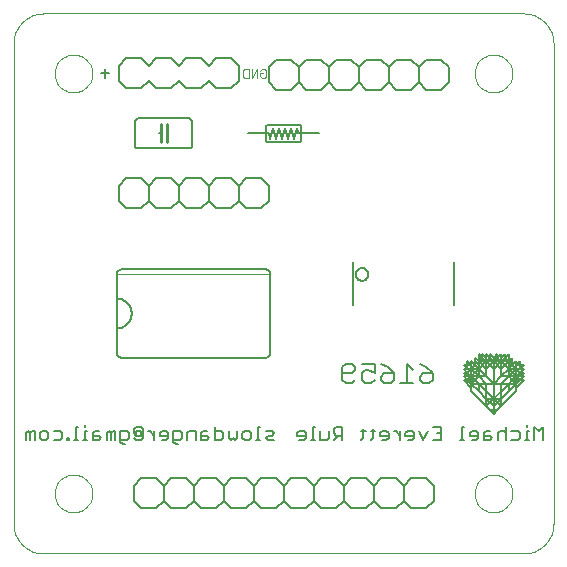
<source format=gbo>
G75*
G70*
%OFA0B0*%
%FSLAX24Y24*%
%IPPOS*%
%LPD*%
%AMOC8*
5,1,8,0,0,1.08239X$1,22.5*
%
%ADD10C,0.0000*%
%ADD11C,0.0030*%
%ADD12C,0.0080*%
%ADD13C,0.0060*%
%ADD14C,0.0050*%
%ADD15C,0.0100*%
%ADD16C,0.0020*%
%ADD17R,0.0200X0.0050*%
D10*
X001100Y000100D02*
X017100Y000100D01*
X017160Y000102D01*
X017221Y000107D01*
X017280Y000116D01*
X017339Y000129D01*
X017398Y000145D01*
X017455Y000165D01*
X017510Y000188D01*
X017565Y000215D01*
X017617Y000244D01*
X017668Y000277D01*
X017717Y000313D01*
X017763Y000351D01*
X017807Y000393D01*
X017849Y000437D01*
X017887Y000483D01*
X017923Y000532D01*
X017956Y000583D01*
X017985Y000635D01*
X018012Y000690D01*
X018035Y000745D01*
X018055Y000802D01*
X018071Y000861D01*
X018084Y000920D01*
X018093Y000979D01*
X018098Y001040D01*
X018100Y001100D01*
X018100Y017100D01*
X018098Y017160D01*
X018093Y017221D01*
X018084Y017280D01*
X018071Y017339D01*
X018055Y017398D01*
X018035Y017455D01*
X018012Y017510D01*
X017985Y017565D01*
X017956Y017617D01*
X017923Y017668D01*
X017887Y017717D01*
X017849Y017763D01*
X017807Y017807D01*
X017763Y017849D01*
X017717Y017887D01*
X017668Y017923D01*
X017617Y017956D01*
X017565Y017985D01*
X017510Y018012D01*
X017455Y018035D01*
X017398Y018055D01*
X017339Y018071D01*
X017280Y018084D01*
X017221Y018093D01*
X017160Y018098D01*
X017100Y018100D01*
X001100Y018100D01*
X001040Y018098D01*
X000979Y018093D01*
X000920Y018084D01*
X000861Y018071D01*
X000802Y018055D01*
X000745Y018035D01*
X000690Y018012D01*
X000635Y017985D01*
X000583Y017956D01*
X000532Y017923D01*
X000483Y017887D01*
X000437Y017849D01*
X000393Y017807D01*
X000351Y017763D01*
X000313Y017717D01*
X000277Y017668D01*
X000244Y017617D01*
X000215Y017565D01*
X000188Y017510D01*
X000165Y017455D01*
X000145Y017398D01*
X000129Y017339D01*
X000116Y017280D01*
X000107Y017221D01*
X000102Y017160D01*
X000100Y017100D01*
X000100Y001100D01*
X000102Y001040D01*
X000107Y000979D01*
X000116Y000920D01*
X000129Y000861D01*
X000145Y000802D01*
X000165Y000745D01*
X000188Y000690D01*
X000215Y000635D01*
X000244Y000583D01*
X000277Y000532D01*
X000313Y000483D01*
X000351Y000437D01*
X000393Y000393D01*
X000437Y000351D01*
X000483Y000313D01*
X000532Y000277D01*
X000583Y000244D01*
X000635Y000215D01*
X000690Y000188D01*
X000745Y000165D01*
X000802Y000145D01*
X000861Y000129D01*
X000920Y000116D01*
X000979Y000107D01*
X001040Y000102D01*
X001100Y000100D01*
X001470Y002100D02*
X001472Y002150D01*
X001478Y002200D01*
X001488Y002249D01*
X001502Y002297D01*
X001519Y002344D01*
X001540Y002389D01*
X001565Y002433D01*
X001593Y002474D01*
X001625Y002513D01*
X001659Y002550D01*
X001696Y002584D01*
X001736Y002614D01*
X001778Y002641D01*
X001822Y002665D01*
X001868Y002686D01*
X001915Y002702D01*
X001963Y002715D01*
X002013Y002724D01*
X002062Y002729D01*
X002113Y002730D01*
X002163Y002727D01*
X002212Y002720D01*
X002261Y002709D01*
X002309Y002694D01*
X002355Y002676D01*
X002400Y002654D01*
X002443Y002628D01*
X002484Y002599D01*
X002523Y002567D01*
X002559Y002532D01*
X002591Y002494D01*
X002621Y002454D01*
X002648Y002411D01*
X002671Y002367D01*
X002690Y002321D01*
X002706Y002273D01*
X002718Y002224D01*
X002726Y002175D01*
X002730Y002125D01*
X002730Y002075D01*
X002726Y002025D01*
X002718Y001976D01*
X002706Y001927D01*
X002690Y001879D01*
X002671Y001833D01*
X002648Y001789D01*
X002621Y001746D01*
X002591Y001706D01*
X002559Y001668D01*
X002523Y001633D01*
X002484Y001601D01*
X002443Y001572D01*
X002400Y001546D01*
X002355Y001524D01*
X002309Y001506D01*
X002261Y001491D01*
X002212Y001480D01*
X002163Y001473D01*
X002113Y001470D01*
X002062Y001471D01*
X002013Y001476D01*
X001963Y001485D01*
X001915Y001498D01*
X001868Y001514D01*
X001822Y001535D01*
X001778Y001559D01*
X001736Y001586D01*
X001696Y001616D01*
X001659Y001650D01*
X001625Y001687D01*
X001593Y001726D01*
X001565Y001767D01*
X001540Y001811D01*
X001519Y001856D01*
X001502Y001903D01*
X001488Y001951D01*
X001478Y002000D01*
X001472Y002050D01*
X001470Y002100D01*
X001470Y016100D02*
X001472Y016150D01*
X001478Y016200D01*
X001488Y016249D01*
X001502Y016297D01*
X001519Y016344D01*
X001540Y016389D01*
X001565Y016433D01*
X001593Y016474D01*
X001625Y016513D01*
X001659Y016550D01*
X001696Y016584D01*
X001736Y016614D01*
X001778Y016641D01*
X001822Y016665D01*
X001868Y016686D01*
X001915Y016702D01*
X001963Y016715D01*
X002013Y016724D01*
X002062Y016729D01*
X002113Y016730D01*
X002163Y016727D01*
X002212Y016720D01*
X002261Y016709D01*
X002309Y016694D01*
X002355Y016676D01*
X002400Y016654D01*
X002443Y016628D01*
X002484Y016599D01*
X002523Y016567D01*
X002559Y016532D01*
X002591Y016494D01*
X002621Y016454D01*
X002648Y016411D01*
X002671Y016367D01*
X002690Y016321D01*
X002706Y016273D01*
X002718Y016224D01*
X002726Y016175D01*
X002730Y016125D01*
X002730Y016075D01*
X002726Y016025D01*
X002718Y015976D01*
X002706Y015927D01*
X002690Y015879D01*
X002671Y015833D01*
X002648Y015789D01*
X002621Y015746D01*
X002591Y015706D01*
X002559Y015668D01*
X002523Y015633D01*
X002484Y015601D01*
X002443Y015572D01*
X002400Y015546D01*
X002355Y015524D01*
X002309Y015506D01*
X002261Y015491D01*
X002212Y015480D01*
X002163Y015473D01*
X002113Y015470D01*
X002062Y015471D01*
X002013Y015476D01*
X001963Y015485D01*
X001915Y015498D01*
X001868Y015514D01*
X001822Y015535D01*
X001778Y015559D01*
X001736Y015586D01*
X001696Y015616D01*
X001659Y015650D01*
X001625Y015687D01*
X001593Y015726D01*
X001565Y015767D01*
X001540Y015811D01*
X001519Y015856D01*
X001502Y015903D01*
X001488Y015951D01*
X001478Y016000D01*
X001472Y016050D01*
X001470Y016100D01*
X015470Y016100D02*
X015472Y016150D01*
X015478Y016200D01*
X015488Y016249D01*
X015502Y016297D01*
X015519Y016344D01*
X015540Y016389D01*
X015565Y016433D01*
X015593Y016474D01*
X015625Y016513D01*
X015659Y016550D01*
X015696Y016584D01*
X015736Y016614D01*
X015778Y016641D01*
X015822Y016665D01*
X015868Y016686D01*
X015915Y016702D01*
X015963Y016715D01*
X016013Y016724D01*
X016062Y016729D01*
X016113Y016730D01*
X016163Y016727D01*
X016212Y016720D01*
X016261Y016709D01*
X016309Y016694D01*
X016355Y016676D01*
X016400Y016654D01*
X016443Y016628D01*
X016484Y016599D01*
X016523Y016567D01*
X016559Y016532D01*
X016591Y016494D01*
X016621Y016454D01*
X016648Y016411D01*
X016671Y016367D01*
X016690Y016321D01*
X016706Y016273D01*
X016718Y016224D01*
X016726Y016175D01*
X016730Y016125D01*
X016730Y016075D01*
X016726Y016025D01*
X016718Y015976D01*
X016706Y015927D01*
X016690Y015879D01*
X016671Y015833D01*
X016648Y015789D01*
X016621Y015746D01*
X016591Y015706D01*
X016559Y015668D01*
X016523Y015633D01*
X016484Y015601D01*
X016443Y015572D01*
X016400Y015546D01*
X016355Y015524D01*
X016309Y015506D01*
X016261Y015491D01*
X016212Y015480D01*
X016163Y015473D01*
X016113Y015470D01*
X016062Y015471D01*
X016013Y015476D01*
X015963Y015485D01*
X015915Y015498D01*
X015868Y015514D01*
X015822Y015535D01*
X015778Y015559D01*
X015736Y015586D01*
X015696Y015616D01*
X015659Y015650D01*
X015625Y015687D01*
X015593Y015726D01*
X015565Y015767D01*
X015540Y015811D01*
X015519Y015856D01*
X015502Y015903D01*
X015488Y015951D01*
X015478Y016000D01*
X015472Y016050D01*
X015470Y016100D01*
X015470Y002100D02*
X015472Y002150D01*
X015478Y002200D01*
X015488Y002249D01*
X015502Y002297D01*
X015519Y002344D01*
X015540Y002389D01*
X015565Y002433D01*
X015593Y002474D01*
X015625Y002513D01*
X015659Y002550D01*
X015696Y002584D01*
X015736Y002614D01*
X015778Y002641D01*
X015822Y002665D01*
X015868Y002686D01*
X015915Y002702D01*
X015963Y002715D01*
X016013Y002724D01*
X016062Y002729D01*
X016113Y002730D01*
X016163Y002727D01*
X016212Y002720D01*
X016261Y002709D01*
X016309Y002694D01*
X016355Y002676D01*
X016400Y002654D01*
X016443Y002628D01*
X016484Y002599D01*
X016523Y002567D01*
X016559Y002532D01*
X016591Y002494D01*
X016621Y002454D01*
X016648Y002411D01*
X016671Y002367D01*
X016690Y002321D01*
X016706Y002273D01*
X016718Y002224D01*
X016726Y002175D01*
X016730Y002125D01*
X016730Y002075D01*
X016726Y002025D01*
X016718Y001976D01*
X016706Y001927D01*
X016690Y001879D01*
X016671Y001833D01*
X016648Y001789D01*
X016621Y001746D01*
X016591Y001706D01*
X016559Y001668D01*
X016523Y001633D01*
X016484Y001601D01*
X016443Y001572D01*
X016400Y001546D01*
X016355Y001524D01*
X016309Y001506D01*
X016261Y001491D01*
X016212Y001480D01*
X016163Y001473D01*
X016113Y001470D01*
X016062Y001471D01*
X016013Y001476D01*
X015963Y001485D01*
X015915Y001498D01*
X015868Y001514D01*
X015822Y001535D01*
X015778Y001559D01*
X015736Y001586D01*
X015696Y001616D01*
X015659Y001650D01*
X015625Y001687D01*
X015593Y001726D01*
X015565Y001767D01*
X015540Y001811D01*
X015519Y001856D01*
X015502Y001903D01*
X015488Y001951D01*
X015478Y002000D01*
X015472Y002050D01*
X015470Y002100D01*
D11*
X008479Y015955D02*
X008382Y015955D01*
X008333Y016003D01*
X008333Y016100D01*
X008430Y016100D01*
X008333Y016197D02*
X008382Y016245D01*
X008479Y016245D01*
X008527Y016197D01*
X008527Y016003D01*
X008479Y015955D01*
X008232Y015955D02*
X008232Y016245D01*
X008039Y015955D01*
X008039Y016245D01*
X007938Y016245D02*
X007793Y016245D01*
X007744Y016197D01*
X007744Y016003D01*
X007793Y015955D01*
X007938Y015955D01*
X007938Y016245D01*
D12*
X007600Y016350D02*
X007350Y016600D01*
X006850Y016600D01*
X006600Y016350D01*
X006350Y016600D01*
X005850Y016600D01*
X005600Y016350D01*
X005350Y016600D01*
X004850Y016600D01*
X004600Y016350D01*
X004350Y016600D01*
X003850Y016600D01*
X003600Y016350D01*
X003600Y015850D01*
X003850Y015600D01*
X004350Y015600D01*
X004600Y015850D01*
X004850Y015600D01*
X005350Y015600D01*
X005600Y015850D01*
X005850Y015600D01*
X006350Y015600D01*
X006600Y015850D01*
X006850Y015600D01*
X007350Y015600D01*
X007600Y015850D01*
X007600Y016350D01*
X008600Y016300D02*
X008600Y015800D01*
X008850Y015550D01*
X009350Y015550D01*
X009600Y015800D01*
X009600Y016300D01*
X009350Y016550D01*
X008850Y016550D01*
X008600Y016300D01*
X009600Y016300D02*
X009850Y016550D01*
X010350Y016550D01*
X010600Y016300D01*
X010600Y015800D01*
X010850Y015550D01*
X011350Y015550D01*
X011600Y015800D01*
X011600Y016300D01*
X011350Y016550D01*
X010850Y016550D01*
X010600Y016300D01*
X010600Y015800D02*
X010350Y015550D01*
X009850Y015550D01*
X009600Y015800D01*
X011600Y015800D02*
X011850Y015550D01*
X012350Y015550D01*
X012600Y015800D01*
X012600Y016300D01*
X012350Y016550D01*
X011850Y016550D01*
X011600Y016300D01*
X012600Y016300D02*
X012850Y016550D01*
X013350Y016550D01*
X013600Y016300D01*
X013600Y015800D01*
X013850Y015550D01*
X014350Y015550D01*
X014600Y015800D01*
X014600Y016300D01*
X014350Y016550D01*
X013850Y016550D01*
X013600Y016300D01*
X013600Y015800D02*
X013350Y015550D01*
X012850Y015550D01*
X012600Y015800D01*
X003290Y016100D02*
X003010Y016100D01*
X003150Y016240D02*
X003150Y015960D01*
X002495Y004380D02*
X002495Y004310D01*
X002495Y004170D02*
X002495Y003890D01*
X002565Y003890D02*
X002425Y003890D01*
X002258Y003890D02*
X002118Y003890D01*
X002188Y003890D02*
X002188Y004310D01*
X002258Y004310D01*
X002495Y004170D02*
X002565Y004170D01*
X002745Y004100D02*
X002745Y003890D01*
X002955Y003890D01*
X003025Y003960D01*
X002955Y004030D01*
X002745Y004030D01*
X002745Y004100D02*
X002815Y004170D01*
X002955Y004170D01*
X003206Y004100D02*
X003206Y003890D01*
X003346Y003890D02*
X003346Y004100D01*
X003276Y004170D01*
X003206Y004100D01*
X003346Y004100D02*
X003416Y004170D01*
X003486Y004170D01*
X003486Y003890D01*
X003666Y003890D02*
X003876Y003890D01*
X003946Y003960D01*
X003946Y004100D01*
X003876Y004170D01*
X003666Y004170D01*
X003666Y003820D01*
X003736Y003750D01*
X003806Y003750D01*
X004126Y003960D02*
X004196Y003890D01*
X004336Y003890D01*
X004407Y003960D01*
X004407Y004240D01*
X004336Y004310D01*
X004196Y004310D01*
X004126Y004240D01*
X004126Y004100D01*
X004196Y004030D01*
X004196Y004170D01*
X004336Y004170D01*
X004336Y004030D01*
X004196Y004030D01*
X004580Y004170D02*
X004650Y004170D01*
X004790Y004030D01*
X004790Y003890D02*
X004790Y004170D01*
X004970Y004100D02*
X004970Y004030D01*
X005251Y004030D01*
X005251Y003960D02*
X005251Y004100D01*
X005181Y004170D01*
X005040Y004170D01*
X004970Y004100D01*
X005040Y003890D02*
X005181Y003890D01*
X005251Y003960D01*
X005431Y003890D02*
X005641Y003890D01*
X005711Y003960D01*
X005711Y004100D01*
X005641Y004170D01*
X005431Y004170D01*
X005431Y003820D01*
X005501Y003750D01*
X005571Y003750D01*
X005891Y003890D02*
X005891Y004100D01*
X005961Y004170D01*
X006171Y004170D01*
X006171Y003890D01*
X006352Y003890D02*
X006352Y004100D01*
X006422Y004170D01*
X006562Y004170D01*
X006562Y004030D02*
X006352Y004030D01*
X006352Y003890D02*
X006562Y003890D01*
X006632Y003960D01*
X006562Y004030D01*
X006812Y003890D02*
X007022Y003890D01*
X007092Y003960D01*
X007092Y004100D01*
X007022Y004170D01*
X006812Y004170D01*
X006812Y004310D02*
X006812Y003890D01*
X007272Y003960D02*
X007272Y004170D01*
X007272Y003960D02*
X007342Y003890D01*
X007412Y003960D01*
X007483Y003890D01*
X007553Y003960D01*
X007553Y004170D01*
X007733Y004100D02*
X007733Y003960D01*
X007803Y003890D01*
X007943Y003890D01*
X008013Y003960D01*
X008013Y004100D01*
X007943Y004170D01*
X007803Y004170D01*
X007733Y004100D01*
X008180Y003890D02*
X008320Y003890D01*
X008250Y003890D02*
X008250Y004310D01*
X008320Y004310D01*
X008500Y004170D02*
X008710Y004170D01*
X008780Y004100D01*
X008710Y004030D01*
X008570Y004030D01*
X008500Y003960D01*
X008570Y003890D01*
X008780Y003890D01*
X009558Y004030D02*
X009839Y004030D01*
X009839Y003960D02*
X009839Y004100D01*
X009768Y004170D01*
X009628Y004170D01*
X009558Y004100D01*
X009558Y004030D01*
X009628Y003890D02*
X009768Y003890D01*
X009839Y003960D01*
X010005Y003890D02*
X010145Y003890D01*
X010075Y003890D02*
X010075Y004310D01*
X010145Y004310D01*
X010326Y004170D02*
X010326Y003890D01*
X010536Y003890D01*
X010606Y003960D01*
X010606Y004170D01*
X010786Y004240D02*
X010786Y004100D01*
X010856Y004030D01*
X011066Y004030D01*
X010926Y004030D02*
X010786Y003890D01*
X011066Y003890D02*
X011066Y004310D01*
X010856Y004310D01*
X010786Y004240D01*
X011693Y004170D02*
X011834Y004170D01*
X011763Y004240D02*
X011763Y003960D01*
X011693Y003890D01*
X012000Y003890D02*
X012070Y003960D01*
X012070Y004240D01*
X012140Y004170D02*
X012000Y004170D01*
X012321Y004100D02*
X012321Y004030D01*
X012601Y004030D01*
X012601Y003960D02*
X012601Y004100D01*
X012531Y004170D01*
X012391Y004170D01*
X012321Y004100D01*
X012391Y003890D02*
X012531Y003890D01*
X012601Y003960D01*
X012774Y004170D02*
X012844Y004170D01*
X012985Y004030D01*
X012985Y003890D02*
X012985Y004170D01*
X013165Y004100D02*
X013165Y004030D01*
X013445Y004030D01*
X013445Y003960D02*
X013445Y004100D01*
X013375Y004170D01*
X013235Y004170D01*
X013165Y004100D01*
X013235Y003890D02*
X013375Y003890D01*
X013445Y003960D01*
X013625Y004170D02*
X013765Y003890D01*
X013905Y004170D01*
X014085Y004310D02*
X014366Y004310D01*
X014366Y003890D01*
X014085Y003890D01*
X014226Y004100D02*
X014366Y004100D01*
X014993Y003890D02*
X015133Y003890D01*
X015063Y003890D02*
X015063Y004310D01*
X015133Y004310D01*
X015313Y004100D02*
X015313Y004030D01*
X015593Y004030D01*
X015593Y003960D02*
X015593Y004100D01*
X015523Y004170D01*
X015383Y004170D01*
X015313Y004100D01*
X015383Y003890D02*
X015523Y003890D01*
X015593Y003960D01*
X015774Y003890D02*
X015774Y004100D01*
X015844Y004170D01*
X015984Y004170D01*
X015984Y004030D02*
X015774Y004030D01*
X015774Y003890D02*
X015984Y003890D01*
X016054Y003960D01*
X015984Y004030D01*
X016234Y004100D02*
X016234Y003890D01*
X016234Y004100D02*
X016304Y004170D01*
X016444Y004170D01*
X016514Y004100D01*
X016694Y004170D02*
X016905Y004170D01*
X016975Y004100D01*
X016975Y003960D01*
X016905Y003890D01*
X016694Y003890D01*
X016514Y003890D02*
X016514Y004310D01*
X017141Y003890D02*
X017282Y003890D01*
X017211Y003890D02*
X017211Y004170D01*
X017282Y004170D01*
X017211Y004310D02*
X017211Y004380D01*
X017462Y004310D02*
X017462Y003890D01*
X017742Y003890D02*
X017742Y004310D01*
X017602Y004170D01*
X017462Y004310D01*
X001951Y003960D02*
X001881Y003960D01*
X001881Y003890D01*
X001951Y003890D01*
X001951Y003960D01*
X001721Y003960D02*
X001721Y004100D01*
X001651Y004170D01*
X001441Y004170D01*
X001261Y004100D02*
X001261Y003960D01*
X001190Y003890D01*
X001050Y003890D01*
X000980Y003960D01*
X000980Y004100D01*
X001050Y004170D01*
X001190Y004170D01*
X001261Y004100D01*
X001441Y003890D02*
X001651Y003890D01*
X001721Y003960D01*
X000800Y003890D02*
X000800Y004170D01*
X000730Y004170D01*
X000660Y004100D01*
X000590Y004170D01*
X000520Y004100D01*
X000520Y003890D01*
X000660Y003890D02*
X000660Y004100D01*
D13*
X003540Y006780D02*
X003540Y007600D01*
X003540Y008600D01*
X003540Y009420D01*
X003542Y009443D01*
X003547Y009466D01*
X003556Y009488D01*
X003569Y009508D01*
X003584Y009526D01*
X003602Y009541D01*
X003622Y009554D01*
X003644Y009563D01*
X003667Y009568D01*
X003690Y009570D01*
X008510Y009570D01*
X008533Y009568D01*
X008556Y009563D01*
X008578Y009554D01*
X008598Y009541D01*
X008616Y009526D01*
X008631Y009508D01*
X008644Y009488D01*
X008653Y009466D01*
X008658Y009443D01*
X008660Y009420D01*
X008660Y006780D01*
X008658Y006757D01*
X008653Y006734D01*
X008644Y006712D01*
X008631Y006692D01*
X008616Y006674D01*
X008598Y006659D01*
X008578Y006646D01*
X008556Y006637D01*
X008533Y006632D01*
X008510Y006630D01*
X003690Y006630D01*
X003667Y006632D01*
X003644Y006637D01*
X003622Y006646D01*
X003602Y006659D01*
X003584Y006674D01*
X003569Y006692D01*
X003556Y006712D01*
X003547Y006734D01*
X003542Y006757D01*
X003540Y006780D01*
X003540Y007600D02*
X003584Y007602D01*
X003627Y007608D01*
X003669Y007617D01*
X003711Y007630D01*
X003751Y007647D01*
X003790Y007667D01*
X003827Y007690D01*
X003861Y007717D01*
X003894Y007746D01*
X003923Y007779D01*
X003950Y007813D01*
X003973Y007850D01*
X003993Y007889D01*
X004010Y007929D01*
X004023Y007971D01*
X004032Y008013D01*
X004038Y008056D01*
X004040Y008100D01*
X004038Y008144D01*
X004032Y008187D01*
X004023Y008229D01*
X004010Y008271D01*
X003993Y008311D01*
X003973Y008350D01*
X003950Y008387D01*
X003923Y008421D01*
X003894Y008454D01*
X003861Y008483D01*
X003827Y008510D01*
X003790Y008533D01*
X003751Y008553D01*
X003711Y008570D01*
X003669Y008583D01*
X003627Y008592D01*
X003584Y008598D01*
X003540Y008600D01*
X003850Y011600D02*
X004350Y011600D01*
X004600Y011850D01*
X004600Y012350D01*
X004350Y012600D01*
X003850Y012600D01*
X003600Y012350D01*
X003600Y011850D01*
X003850Y011600D01*
X004600Y011850D02*
X004600Y012350D01*
X004850Y012600D01*
X005350Y012600D01*
X005600Y012350D01*
X005600Y011850D01*
X005850Y011600D01*
X006350Y011600D01*
X006600Y011850D01*
X006850Y011600D01*
X007350Y011600D01*
X007600Y011850D01*
X007850Y011600D01*
X008350Y011600D01*
X008600Y011850D01*
X008600Y012350D01*
X008350Y012600D01*
X007850Y012600D01*
X007600Y012350D01*
X007600Y011850D01*
X007600Y012350D01*
X007350Y012600D01*
X006850Y012600D01*
X006600Y012350D01*
X006600Y011850D01*
X006600Y012350D01*
X006350Y012600D01*
X005850Y012600D01*
X005600Y012350D01*
X005600Y011850D01*
X005350Y011600D01*
X004850Y011600D01*
X004600Y011850D01*
X004250Y013600D02*
X005950Y013600D01*
X005967Y013602D01*
X005984Y013606D01*
X006000Y013613D01*
X006014Y013623D01*
X006027Y013636D01*
X006037Y013650D01*
X006044Y013666D01*
X006048Y013683D01*
X006050Y013700D01*
X006050Y014500D01*
X006048Y014517D01*
X006044Y014534D01*
X006037Y014550D01*
X006027Y014564D01*
X006014Y014577D01*
X006000Y014587D01*
X005984Y014594D01*
X005967Y014598D01*
X005950Y014600D01*
X004250Y014600D01*
X004233Y014598D01*
X004216Y014594D01*
X004200Y014587D01*
X004186Y014577D01*
X004173Y014564D01*
X004163Y014550D01*
X004156Y014534D01*
X004152Y014517D01*
X004150Y014500D01*
X004150Y013700D01*
X004152Y013683D01*
X004156Y013666D01*
X004163Y013650D01*
X004173Y013636D01*
X004186Y013623D01*
X004200Y013613D01*
X004216Y013606D01*
X004233Y013602D01*
X004250Y013600D01*
X004950Y014100D02*
X005000Y014100D01*
X005200Y014100D02*
X005250Y014100D01*
X011420Y009805D02*
X011420Y008395D01*
X011510Y009405D02*
X011512Y009434D01*
X011518Y009462D01*
X011527Y009489D01*
X011541Y009514D01*
X011557Y009538D01*
X011577Y009558D01*
X011599Y009577D01*
X011623Y009591D01*
X011650Y009603D01*
X011677Y009611D01*
X011706Y009615D01*
X011734Y009615D01*
X011763Y009611D01*
X011790Y009603D01*
X011817Y009591D01*
X011841Y009577D01*
X011863Y009558D01*
X011883Y009538D01*
X011899Y009514D01*
X011913Y009489D01*
X011922Y009462D01*
X011928Y009434D01*
X011930Y009405D01*
X011928Y009376D01*
X011922Y009348D01*
X011913Y009321D01*
X011899Y009296D01*
X011883Y009272D01*
X011863Y009252D01*
X011841Y009233D01*
X011817Y009219D01*
X011790Y009207D01*
X011763Y009199D01*
X011734Y009195D01*
X011706Y009195D01*
X011677Y009199D01*
X011650Y009207D01*
X011623Y009219D01*
X011599Y009233D01*
X011577Y009252D01*
X011557Y009272D01*
X011541Y009296D01*
X011527Y009321D01*
X011518Y009348D01*
X011512Y009376D01*
X011510Y009405D01*
X011385Y006421D02*
X011172Y006421D01*
X011065Y006314D01*
X011065Y005887D01*
X011172Y005780D01*
X011385Y005780D01*
X011492Y005887D01*
X011709Y005887D02*
X011709Y006100D01*
X011816Y006207D01*
X011923Y006207D01*
X012136Y006100D01*
X012136Y006421D01*
X011709Y006421D01*
X011492Y006314D02*
X011492Y006207D01*
X011385Y006100D01*
X011065Y006100D01*
X011385Y006421D02*
X011492Y006314D01*
X011709Y005887D02*
X011816Y005780D01*
X012030Y005780D01*
X012136Y005887D01*
X012354Y005887D02*
X012461Y005780D01*
X012674Y005780D01*
X012781Y005887D01*
X012781Y006100D01*
X012461Y006100D01*
X012354Y005994D01*
X012354Y005887D01*
X012567Y006314D02*
X012781Y006100D01*
X012567Y006314D02*
X012354Y006421D01*
X013212Y006421D02*
X013212Y005780D01*
X013425Y005780D02*
X012998Y005780D01*
X013425Y006207D02*
X013212Y006421D01*
X013643Y006421D02*
X013856Y006314D01*
X014070Y006100D01*
X013750Y006100D01*
X013643Y005994D01*
X013643Y005887D01*
X013750Y005780D01*
X013963Y005780D01*
X014070Y005887D01*
X014070Y006100D01*
X014780Y008395D02*
X014780Y009805D01*
X013850Y002600D02*
X013350Y002600D01*
X013100Y002350D01*
X013100Y001850D01*
X013350Y001600D01*
X013850Y001600D01*
X014100Y001850D01*
X014100Y002350D01*
X013850Y002600D01*
X013100Y002350D02*
X013100Y001850D01*
X012850Y001600D01*
X012350Y001600D01*
X012100Y001850D01*
X012100Y002350D01*
X012350Y002600D01*
X012850Y002600D01*
X013100Y002350D01*
X012100Y002350D02*
X012100Y001850D01*
X011850Y001600D01*
X011350Y001600D01*
X011100Y001850D01*
X011100Y002350D01*
X011350Y002600D01*
X011850Y002600D01*
X012100Y002350D01*
X011100Y002350D02*
X011100Y001850D01*
X010850Y001600D01*
X010350Y001600D01*
X010100Y001850D01*
X010100Y002350D01*
X010350Y002600D01*
X010850Y002600D01*
X011100Y002350D01*
X010100Y002350D02*
X010100Y001850D01*
X009850Y001600D01*
X009350Y001600D01*
X009100Y001850D01*
X009100Y002350D01*
X009350Y002600D01*
X009850Y002600D01*
X010100Y002350D01*
X009100Y002350D02*
X009100Y001850D01*
X008850Y001600D01*
X008350Y001600D01*
X008100Y001850D01*
X008100Y002350D01*
X008350Y002600D01*
X008850Y002600D01*
X009100Y002350D01*
X008100Y002350D02*
X008100Y001850D01*
X007850Y001600D01*
X007350Y001600D01*
X007100Y001850D01*
X007100Y002350D01*
X007350Y002600D01*
X007850Y002600D01*
X008100Y002350D01*
X007100Y002350D02*
X007100Y001850D01*
X006850Y001600D01*
X006350Y001600D01*
X006100Y001850D01*
X006100Y002350D01*
X006350Y002600D01*
X006850Y002600D01*
X007100Y002350D01*
X006100Y002350D02*
X006100Y001850D01*
X005850Y001600D01*
X005350Y001600D01*
X005100Y001850D01*
X005100Y002350D01*
X005350Y002600D01*
X005850Y002600D01*
X006100Y002350D01*
X005100Y002350D02*
X005100Y001850D01*
X004850Y001600D01*
X004350Y001600D01*
X004100Y001850D01*
X004100Y002350D01*
X004350Y002600D01*
X004850Y002600D01*
X005100Y002350D01*
D14*
X015100Y005875D02*
X015225Y005875D01*
X015600Y006250D01*
X015850Y006500D01*
X016350Y006500D01*
X016600Y006250D01*
X016975Y005875D01*
X016725Y005875D01*
X016600Y005750D01*
X016600Y005500D01*
X016850Y005750D01*
X016850Y006000D01*
X016850Y006250D01*
X016725Y006375D01*
X016725Y006500D01*
X016725Y006625D01*
X016600Y006500D01*
X016475Y006625D01*
X016475Y006750D01*
X016350Y006625D01*
X016350Y006750D01*
X016225Y006625D01*
X016350Y006500D01*
X016600Y006500D01*
X016350Y006250D01*
X016100Y006500D01*
X015850Y006250D01*
X015600Y006500D01*
X015475Y006625D01*
X015475Y006500D01*
X015475Y006375D01*
X015350Y006250D01*
X015225Y006125D01*
X015100Y006125D01*
X015225Y006000D01*
X015100Y006000D01*
X015225Y005875D01*
X015475Y005875D01*
X015600Y005750D01*
X015600Y005500D01*
X015350Y005750D01*
X015350Y006000D01*
X015350Y006250D01*
X015600Y006250D01*
X015600Y006000D01*
X015850Y005750D01*
X015850Y005000D01*
X016600Y005750D01*
X016850Y005750D01*
X016850Y005625D01*
X017100Y005875D01*
X016975Y005875D01*
X017100Y006000D01*
X016975Y006000D01*
X017100Y006125D01*
X016975Y006125D01*
X016850Y006250D01*
X016600Y006250D01*
X016600Y006000D01*
X016350Y005750D01*
X016350Y005250D01*
X016350Y005000D01*
X015600Y005750D01*
X015350Y005750D01*
X015350Y005625D01*
X015100Y005875D01*
X015225Y005875D02*
X015350Y005750D01*
X015475Y005875D01*
X015350Y006000D01*
X015225Y006125D01*
X015100Y006250D01*
X015225Y006250D01*
X015100Y006375D01*
X015225Y006375D01*
X015225Y006500D01*
X015350Y006375D01*
X015225Y006375D01*
X015225Y006250D01*
X015350Y006250D01*
X015350Y006375D01*
X015350Y006500D01*
X015475Y006375D01*
X015600Y006250D01*
X015600Y006375D01*
X015475Y006500D01*
X015600Y006500D02*
X015725Y006625D01*
X015725Y006750D01*
X015850Y006625D01*
X015850Y006500D01*
X015600Y006500D01*
X015600Y006750D01*
X015725Y006625D01*
X015850Y006500D01*
X015975Y006625D01*
X015975Y006750D01*
X016100Y006625D01*
X016100Y006500D01*
X016100Y006250D01*
X016350Y006500D01*
X016350Y006625D01*
X016225Y006625D02*
X016100Y006500D01*
X015975Y006625D01*
X015850Y006750D01*
X015850Y006625D01*
X015850Y006500D02*
X015850Y006250D01*
X015850Y006000D01*
X015600Y006000D01*
X015475Y005875D01*
X015350Y006000D02*
X015225Y006000D01*
X015350Y006000D02*
X015600Y006000D01*
X015350Y006250D01*
X015600Y006250D02*
X015850Y006000D01*
X016100Y005750D01*
X016350Y005750D01*
X016600Y005750D01*
X016725Y005875D02*
X016600Y006000D01*
X016850Y006250D01*
X016850Y006375D01*
X016975Y006500D01*
X016975Y006375D01*
X017100Y006375D01*
X016975Y006250D01*
X016975Y006375D01*
X016850Y006375D01*
X016850Y006500D01*
X016725Y006375D01*
X016600Y006250D01*
X016600Y006375D01*
X016725Y006500D01*
X016600Y006500D02*
X016600Y006750D01*
X016475Y006625D01*
X016350Y006500D01*
X016350Y006250D01*
X016350Y006000D01*
X016600Y006000D01*
X016850Y006000D01*
X016725Y005875D01*
X016850Y005750D01*
X016975Y005875D01*
X016975Y006000D02*
X016850Y006000D01*
X016975Y006125D01*
X017100Y006250D01*
X016975Y006250D01*
X016850Y006250D01*
X016600Y006250D02*
X016350Y006000D01*
X016100Y005750D01*
X015850Y005750D01*
X015600Y005750D01*
X015600Y005500D02*
X015850Y005250D01*
X016350Y005250D01*
X016600Y005500D01*
X016850Y005500D02*
X016350Y005000D01*
X016225Y004875D01*
X015975Y004875D01*
X015850Y005000D01*
X015350Y005500D01*
X015350Y005625D01*
X015850Y005250D02*
X016100Y005000D01*
X016350Y005250D01*
X016100Y005000D02*
X016100Y005750D01*
X016100Y006250D01*
X015850Y006500D01*
X015600Y006500D02*
X015600Y006375D01*
X016100Y006625D02*
X016225Y006750D01*
X016225Y006625D01*
X016600Y006500D02*
X016600Y006375D01*
X016850Y005625D02*
X016850Y005500D01*
X016225Y004875D02*
X016100Y004750D01*
X015975Y004875D01*
X016100Y004750D02*
X016100Y005000D01*
X009591Y013805D02*
X008609Y013805D01*
X008592Y013807D01*
X008575Y013811D01*
X008559Y013818D01*
X008545Y013828D01*
X008532Y013841D01*
X008522Y013855D01*
X008515Y013871D01*
X008511Y013888D01*
X008509Y013905D01*
X008509Y014295D01*
X008511Y014312D01*
X008515Y014329D01*
X008522Y014345D01*
X008532Y014359D01*
X008545Y014372D01*
X008559Y014382D01*
X008575Y014389D01*
X008592Y014393D01*
X008609Y014395D01*
X009591Y014395D01*
X009608Y014393D01*
X009625Y014389D01*
X009641Y014382D01*
X009655Y014372D01*
X009668Y014359D01*
X009678Y014345D01*
X009685Y014329D01*
X009689Y014312D01*
X009691Y014295D01*
X009691Y013905D01*
X009689Y013888D01*
X009685Y013871D01*
X009678Y013855D01*
X009668Y013841D01*
X009655Y013828D01*
X009641Y013818D01*
X009625Y013811D01*
X009608Y013807D01*
X009591Y013805D01*
X009444Y013903D02*
X009543Y014297D01*
X009592Y014100D01*
X010289Y014100D01*
X009444Y013903D02*
X009346Y014297D01*
X009248Y013903D01*
X009149Y014297D01*
X009051Y013903D01*
X008952Y014297D01*
X008854Y013903D01*
X008756Y014297D01*
X008657Y013903D01*
X008608Y014100D01*
X007911Y014100D01*
D15*
X005200Y014100D02*
X005200Y013800D01*
X005000Y013800D02*
X005000Y014100D01*
X005000Y014400D01*
X005200Y014400D02*
X005200Y014100D01*
D16*
X003550Y009430D02*
X008650Y009430D01*
D17*
X008350Y009595D03*
X007850Y009595D03*
X007350Y009595D03*
X006850Y009595D03*
X006350Y009595D03*
X005850Y009595D03*
X005350Y009595D03*
X004850Y009595D03*
X004350Y009595D03*
X003850Y009595D03*
X003850Y006605D03*
X004350Y006605D03*
X004850Y006605D03*
X005350Y006605D03*
X005850Y006605D03*
X006350Y006605D03*
X006850Y006605D03*
X007350Y006605D03*
X007850Y006605D03*
X008350Y006605D03*
M02*

</source>
